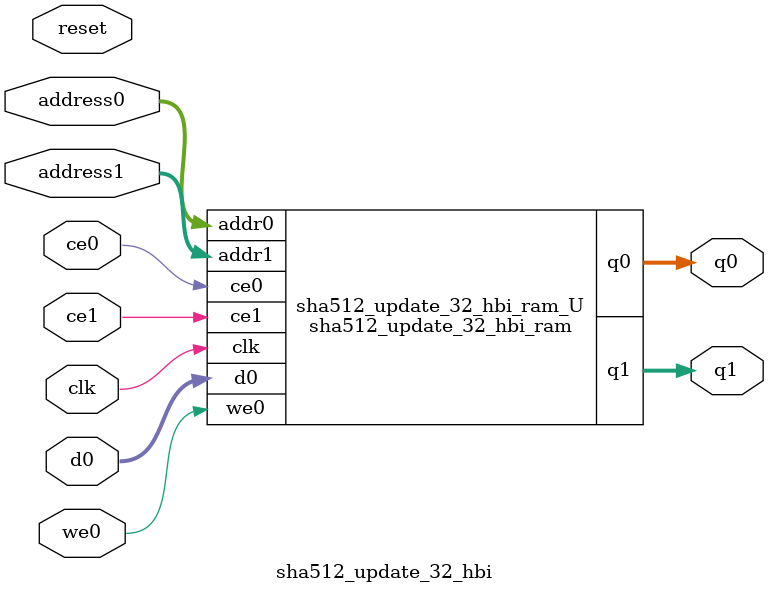
<source format=v>

`timescale 1 ns / 1 ps
module sha512_update_32_hbi_ram (addr0, ce0, d0, we0, q0, addr1, ce1, q1,  clk);

parameter DWIDTH = 8;
parameter AWIDTH = 7;
parameter MEM_SIZE = 128;

input[AWIDTH-1:0] addr0;
input ce0;
input[DWIDTH-1:0] d0;
input we0;
output reg[DWIDTH-1:0] q0;
input[AWIDTH-1:0] addr1;
input ce1;
output reg[DWIDTH-1:0] q1;
input clk;

(* ram_style = "block" *)reg [DWIDTH-1:0] ram[0:MEM_SIZE-1];




always @(posedge clk)  
begin 
    if (ce0) 
    begin
        if (we0) 
        begin 
            ram[addr0] <= d0; 
            q0 <= d0;
        end 
        else 
            q0 <= ram[addr0];
    end
end


always @(posedge clk)  
begin 
    if (ce1) 
    begin
            q1 <= ram[addr1];
    end
end


endmodule


`timescale 1 ns / 1 ps
module sha512_update_32_hbi(
    reset,
    clk,
    address0,
    ce0,
    we0,
    d0,
    q0,
    address1,
    ce1,
    q1);

parameter DataWidth = 32'd8;
parameter AddressRange = 32'd128;
parameter AddressWidth = 32'd7;
input reset;
input clk;
input[AddressWidth - 1:0] address0;
input ce0;
input we0;
input[DataWidth - 1:0] d0;
output[DataWidth - 1:0] q0;
input[AddressWidth - 1:0] address1;
input ce1;
output[DataWidth - 1:0] q1;



sha512_update_32_hbi_ram sha512_update_32_hbi_ram_U(
    .clk( clk ),
    .addr0( address0 ),
    .ce0( ce0 ),
    .d0( d0 ),
    .we0( we0 ),
    .q0( q0 ),
    .addr1( address1 ),
    .ce1( ce1 ),
    .q1( q1 ));

endmodule


</source>
